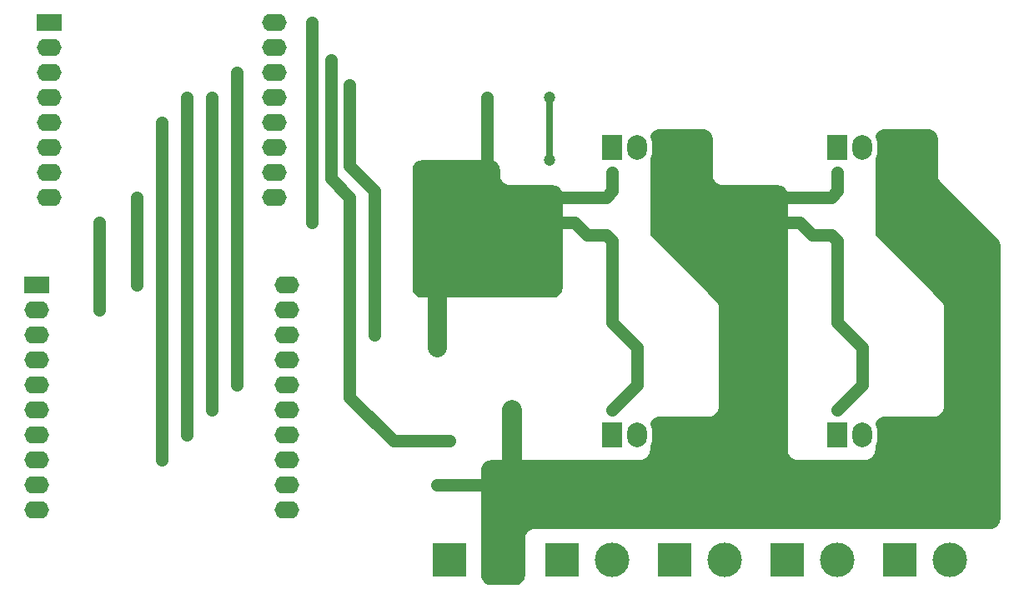
<source format=gbr>
G04 #@! TF.GenerationSoftware,KiCad,Pcbnew,(5.1.10)-1*
G04 #@! TF.CreationDate,2021-10-04T13:56:36-03:00*
G04 #@! TF.ProjectId,ESP-pwm_4ch,4553502d-7077-46d5-9f34-63682e6b6963,rev?*
G04 #@! TF.SameCoordinates,Original*
G04 #@! TF.FileFunction,Copper,L2,Bot*
G04 #@! TF.FilePolarity,Positive*
%FSLAX46Y46*%
G04 Gerber Fmt 4.6, Leading zero omitted, Abs format (unit mm)*
G04 Created by KiCad (PCBNEW (5.1.10)-1) date 2021-10-04 13:56:36*
%MOMM*%
%LPD*%
G01*
G04 APERTURE LIST*
G04 #@! TA.AperFunction,ComponentPad*
%ADD10O,2.500000X1.750000*%
G04 #@! TD*
G04 #@! TA.AperFunction,ComponentPad*
%ADD11R,2.500000X1.750000*%
G04 #@! TD*
G04 #@! TA.AperFunction,ComponentPad*
%ADD12R,3.500000X3.500000*%
G04 #@! TD*
G04 #@! TA.AperFunction,ComponentPad*
%ADD13C,3.500000*%
G04 #@! TD*
G04 #@! TA.AperFunction,ComponentPad*
%ADD14R,2.000000X2.500000*%
G04 #@! TD*
G04 #@! TA.AperFunction,ComponentPad*
%ADD15O,2.000000X2.500000*%
G04 #@! TD*
G04 #@! TA.AperFunction,ViaPad*
%ADD16C,1.200000*%
G04 #@! TD*
G04 #@! TA.AperFunction,Conductor*
%ADD17C,0.635000*%
G04 #@! TD*
G04 #@! TA.AperFunction,Conductor*
%ADD18C,1.270000*%
G04 #@! TD*
G04 #@! TA.AperFunction,Conductor*
%ADD19C,2.032000*%
G04 #@! TD*
G04 #@! TA.AperFunction,Conductor*
%ADD20C,1.016000*%
G04 #@! TD*
G04 #@! TA.AperFunction,Conductor*
%ADD21C,1.905000*%
G04 #@! TD*
G04 #@! TA.AperFunction,Conductor*
%ADD22C,0.254000*%
G04 #@! TD*
G04 #@! TA.AperFunction,Conductor*
%ADD23C,0.100000*%
G04 #@! TD*
G04 APERTURE END LIST*
D10*
G04 #@! TO.P,U2,16*
G04 #@! TO.N,Net-(U2-Pad16)*
X92710000Y-67310000D03*
G04 #@! TO.P,U2,15*
G04 #@! TO.N,Net-(U2-Pad15)*
X92710000Y-69850000D03*
G04 #@! TO.P,U2,14*
G04 #@! TO.N,Net-(U2-Pad14)*
X92710000Y-72390000D03*
G04 #@! TO.P,U2,13*
G04 #@! TO.N,Net-(U2-Pad13)*
X92710000Y-74930000D03*
G04 #@! TO.P,U2,12*
G04 #@! TO.N,Net-(U2-Pad12)*
X92710000Y-77470000D03*
G04 #@! TO.P,U2,11*
G04 #@! TO.N,Net-(U2-Pad11)*
X92710000Y-80010000D03*
G04 #@! TO.P,U2,10*
G04 #@! TO.N,GNDREF*
X92710000Y-82550000D03*
G04 #@! TO.P,U2,9*
G04 #@! TO.N,+5V*
X92710000Y-85090000D03*
G04 #@! TO.P,U2,8*
G04 #@! TO.N,+3V3*
X69850000Y-85090000D03*
G04 #@! TO.P,U2,7*
G04 #@! TO.N,Net-(U2-Pad7)*
X69850000Y-82550000D03*
G04 #@! TO.P,U2,6*
G04 #@! TO.N,Net-(U2-Pad6)*
X69850000Y-80010000D03*
G04 #@! TO.P,U2,5*
G04 #@! TO.N,Net-(U2-Pad5)*
X69850000Y-77470000D03*
G04 #@! TO.P,U2,4*
G04 #@! TO.N,Net-(U2-Pad4)*
X69850000Y-74930000D03*
G04 #@! TO.P,U2,3*
G04 #@! TO.N,Net-(U2-Pad3)*
X69850000Y-72390000D03*
D11*
G04 #@! TO.P,U2,1*
G04 #@! TO.N,Net-(U2-Pad1)*
X69850000Y-67310000D03*
D10*
G04 #@! TO.P,U2,2*
G04 #@! TO.N,Net-(U2-Pad2)*
X69850000Y-69850000D03*
G04 #@! TD*
G04 #@! TO.P,U3,17*
G04 #@! TO.N,Net-(U3-Pad17)*
X93980000Y-101600000D03*
G04 #@! TO.P,U3,18*
G04 #@! TO.N,Net-(U3-Pad18)*
X93980000Y-99060000D03*
G04 #@! TO.P,U3,10*
G04 #@! TO.N,Net-(U3-Pad10)*
X68580000Y-116840000D03*
G04 #@! TO.P,U3,9*
G04 #@! TO.N,Net-(U3-Pad9)*
X68580000Y-114300000D03*
G04 #@! TO.P,U3,16*
G04 #@! TO.N,Net-(U2-Pad14)*
X93980000Y-104140000D03*
G04 #@! TO.P,U3,15*
G04 #@! TO.N,Net-(U2-Pad13)*
X93980000Y-106680000D03*
G04 #@! TO.P,U3,14*
G04 #@! TO.N,Net-(U2-Pad4)*
X93980000Y-109220000D03*
G04 #@! TO.P,U3,13*
G04 #@! TO.N,Net-(U2-Pad5)*
X93980000Y-111760000D03*
G04 #@! TO.P,U3,12*
G04 #@! TO.N,Net-(U3-Pad12)*
X93980000Y-114300000D03*
G04 #@! TO.P,U3,11*
G04 #@! TO.N,Net-(U3-Pad11)*
X93980000Y-116840000D03*
G04 #@! TO.P,U3,20*
G04 #@! TO.N,Net-(U3-Pad20)*
X93980000Y-93980000D03*
G04 #@! TO.P,U3,19*
G04 #@! TO.N,Net-(U3-Pad19)*
X93980000Y-96520000D03*
G04 #@! TO.P,U3,8*
G04 #@! TO.N,Net-(U3-Pad8)*
X68580000Y-111760000D03*
G04 #@! TO.P,U3,7*
G04 #@! TO.N,Net-(U3-Pad7)*
X68580000Y-109220000D03*
G04 #@! TO.P,U3,6*
G04 #@! TO.N,Net-(U3-Pad6)*
X68580000Y-106680000D03*
G04 #@! TO.P,U3,5*
G04 #@! TO.N,Net-(U3-Pad5)*
X68580000Y-104140000D03*
G04 #@! TO.P,U3,4*
G04 #@! TO.N,Net-(U3-Pad4)*
X68580000Y-101600000D03*
G04 #@! TO.P,U3,3*
G04 #@! TO.N,GNDREF*
X68580000Y-99060000D03*
D11*
G04 #@! TO.P,U3,1*
G04 #@! TO.N,+5V*
X68580000Y-93980000D03*
D10*
G04 #@! TO.P,U3,2*
G04 #@! TO.N,+3V3*
X68580000Y-96520000D03*
G04 #@! TD*
D12*
G04 #@! TO.P,J1,1*
G04 #@! TO.N,+12V*
X110490000Y-121920000D03*
D13*
G04 #@! TO.P,J1,2*
G04 #@! TO.N,GNDREF*
X115570000Y-121920000D03*
G04 #@! TD*
D12*
G04 #@! TO.P,J2,1*
G04 #@! TO.N,+12V*
X121920000Y-121920000D03*
D13*
G04 #@! TO.P,J2,2*
G04 #@! TO.N,Net-(J2-Pad2)*
X127000000Y-121920000D03*
G04 #@! TD*
G04 #@! TO.P,J3,2*
G04 #@! TO.N,Net-(J3-Pad2)*
X138430000Y-121920000D03*
D12*
G04 #@! TO.P,J3,1*
G04 #@! TO.N,+12V*
X133350000Y-121920000D03*
G04 #@! TD*
G04 #@! TO.P,J4,1*
G04 #@! TO.N,+12V*
X144780000Y-121920000D03*
D13*
G04 #@! TO.P,J4,2*
G04 #@! TO.N,Net-(J4-Pad2)*
X149860000Y-121920000D03*
G04 #@! TD*
G04 #@! TO.P,J5,2*
G04 #@! TO.N,Net-(J5-Pad2)*
X161290000Y-121920000D03*
D12*
G04 #@! TO.P,J5,1*
G04 #@! TO.N,+12V*
X156210000Y-121920000D03*
G04 #@! TD*
D14*
G04 #@! TO.P,Q1,1*
G04 #@! TO.N,Net-(Q1-Pad1)*
X127000000Y-109220000D03*
D15*
G04 #@! TO.P,Q1,2*
G04 #@! TO.N,Net-(J2-Pad2)*
X129540000Y-109220000D03*
G04 #@! TO.P,Q1,3*
G04 #@! TO.N,GNDREF*
X132080000Y-109220000D03*
G04 #@! TD*
G04 #@! TO.P,Q2,3*
G04 #@! TO.N,GNDREF*
X132080000Y-80010000D03*
G04 #@! TO.P,Q2,2*
G04 #@! TO.N,Net-(J3-Pad2)*
X129540000Y-80010000D03*
D14*
G04 #@! TO.P,Q2,1*
G04 #@! TO.N,Net-(Q2-Pad1)*
X127000000Y-80010000D03*
G04 #@! TD*
D15*
G04 #@! TO.P,Q3,3*
G04 #@! TO.N,GNDREF*
X154940000Y-109220000D03*
G04 #@! TO.P,Q3,2*
G04 #@! TO.N,Net-(J4-Pad2)*
X152400000Y-109220000D03*
D14*
G04 #@! TO.P,Q3,1*
G04 #@! TO.N,Net-(Q3-Pad1)*
X149860000Y-109220000D03*
G04 #@! TD*
G04 #@! TO.P,Q4,1*
G04 #@! TO.N,Net-(Q4-Pad1)*
X149860000Y-80010000D03*
D15*
G04 #@! TO.P,Q4,2*
G04 #@! TO.N,Net-(J5-Pad2)*
X152400000Y-80010000D03*
G04 #@! TO.P,Q4,3*
G04 #@! TO.N,GNDREF*
X154940000Y-80010000D03*
G04 #@! TD*
D16*
G04 #@! TO.N,+12VA*
X102870000Y-99060000D03*
X100330000Y-73660000D03*
X120650000Y-74930000D03*
X120650000Y-81280000D03*
G04 #@! TO.N,GNDREF*
X109220000Y-82550000D03*
X109220000Y-90170000D03*
X120015000Y-86995000D03*
X120015000Y-88265000D03*
X142875000Y-86995000D03*
X142875000Y-88265000D03*
X114300000Y-74930000D03*
X114300000Y-82550000D03*
X116840000Y-106680000D03*
X116840000Y-108585000D03*
X109220000Y-114300000D03*
X109220000Y-100330000D03*
X109220000Y-98425000D03*
X109220000Y-87630000D03*
G04 #@! TO.N,+5V*
X100330000Y-85090000D03*
X98425000Y-71120000D03*
X78740000Y-85090000D03*
X78740000Y-93980000D03*
X110490000Y-109855000D03*
G04 #@! TO.N,+3V3*
X74930000Y-96520000D03*
X74930000Y-87630000D03*
X96520000Y-67310000D03*
X96520000Y-87630000D03*
G04 #@! TO.N,Net-(U2-Pad4)*
X83820000Y-74930000D03*
X83820000Y-109220000D03*
G04 #@! TO.N,Net-(U2-Pad5)*
X81280000Y-111760000D03*
X81280000Y-77470000D03*
G04 #@! TO.N,Net-(U2-Pad13)*
X86360000Y-74930000D03*
X86360000Y-106680000D03*
G04 #@! TO.N,Net-(U2-Pad14)*
X88900000Y-72390000D03*
X88900000Y-104140000D03*
G04 #@! TD*
D17*
G04 #@! TO.N,+12VA*
X120650000Y-74930000D02*
X120650000Y-81280000D01*
D18*
X102870000Y-84455000D02*
X102870000Y-99060000D01*
X100330000Y-81915000D02*
X102870000Y-84455000D01*
X100330000Y-73660000D02*
X100330000Y-81915000D01*
D19*
G04 #@! TO.N,GNDREF*
X156210000Y-109220000D02*
X154940000Y-109220000D01*
X157480000Y-110490000D02*
X156210000Y-109220000D01*
X157480000Y-116840000D02*
X157480000Y-110490000D01*
X133350000Y-109220000D02*
X132080000Y-109220000D01*
X134620000Y-110490000D02*
X133350000Y-109220000D01*
X134620000Y-116840000D02*
X134620000Y-110490000D01*
X115570000Y-121920000D02*
X115570000Y-116840000D01*
X142240000Y-97790000D02*
X142240000Y-116840000D01*
X165100000Y-90170000D02*
X154940000Y-80010000D01*
X165100000Y-113030000D02*
X165100000Y-90170000D01*
X161290000Y-116840000D02*
X165100000Y-113030000D01*
X115570000Y-116840000D02*
X161290000Y-116840000D01*
D18*
X142875000Y-88265000D02*
X137795000Y-93345000D01*
X142875000Y-88265000D02*
X143510000Y-88265000D01*
X143510000Y-88265000D02*
X144145000Y-87630000D01*
D20*
X111125000Y-88265000D02*
X109220000Y-90170000D01*
X120015000Y-88265000D02*
X111125000Y-88265000D01*
D19*
X133350000Y-88900000D02*
X142240000Y-97790000D01*
X133350000Y-81280000D02*
X133350000Y-88900000D01*
X132080000Y-80010000D02*
X133350000Y-81280000D01*
D18*
X142875000Y-85725000D02*
X143510000Y-85090000D01*
X142875000Y-86995000D02*
X142875000Y-85725000D01*
X114300000Y-74930000D02*
X114300000Y-82550000D01*
D19*
X116840000Y-113030000D02*
X116840000Y-108585000D01*
X115570000Y-114300000D02*
X116840000Y-113030000D01*
X115570000Y-116840000D02*
X115570000Y-114300000D01*
X116840000Y-108585000D02*
X116840000Y-106680000D01*
D18*
X115570000Y-114300000D02*
X109220000Y-114300000D01*
X144145000Y-87630000D02*
X146050000Y-87630000D01*
X146050000Y-87630000D02*
X147320000Y-88900000D01*
X147320000Y-88900000D02*
X149225000Y-88900000D01*
X149225000Y-88900000D02*
X149860000Y-89535000D01*
X149860000Y-89535000D02*
X149860000Y-97790000D01*
X143510000Y-85090000D02*
X149225000Y-85090000D01*
X149860000Y-97790000D02*
X152400000Y-100330000D01*
X149225000Y-85090000D02*
X149860000Y-84455000D01*
X152400000Y-100330000D02*
X152400000Y-104140000D01*
X149860000Y-84455000D02*
X149860000Y-82550000D01*
X152400000Y-104140000D02*
X149860000Y-106680000D01*
X129540000Y-104140000D02*
X127000000Y-106680000D01*
X129540000Y-100330000D02*
X129540000Y-104140000D01*
X127000000Y-97790000D02*
X129540000Y-100330000D01*
X123190000Y-87630000D02*
X124460000Y-88900000D01*
X124460000Y-88900000D02*
X126365000Y-88900000D01*
X121285000Y-87630000D02*
X123190000Y-87630000D01*
X126365000Y-88900000D02*
X127000000Y-89535000D01*
X120650000Y-88265000D02*
X121285000Y-87630000D01*
X127000000Y-89535000D02*
X127000000Y-97790000D01*
X120015000Y-88265000D02*
X120650000Y-88265000D01*
X126365000Y-85090000D02*
X127000000Y-84455000D01*
X127000000Y-84455000D02*
X127000000Y-82550000D01*
X120650000Y-85090000D02*
X126365000Y-85090000D01*
X120015000Y-85725000D02*
X120650000Y-85090000D01*
X120015000Y-86995000D02*
X120015000Y-85725000D01*
D21*
X109220000Y-82550000D02*
X109220000Y-100330000D01*
D18*
G04 #@! TO.N,+5V*
X98425000Y-83185000D02*
X100330000Y-85090000D01*
X98425000Y-71120000D02*
X98425000Y-83185000D01*
X78740000Y-93980000D02*
X78740000Y-85090000D01*
X104775000Y-109855000D02*
X110490000Y-109855000D01*
X100330000Y-85090000D02*
X100330000Y-105410000D01*
X100330000Y-105410000D02*
X104775000Y-109855000D01*
G04 #@! TO.N,+3V3*
X74930000Y-96520000D02*
X74930000Y-87630000D01*
X96520000Y-87630000D02*
X96520000Y-67310000D01*
G04 #@! TO.N,Net-(U2-Pad4)*
X83820000Y-74930000D02*
X83820000Y-109220000D01*
G04 #@! TO.N,Net-(U2-Pad5)*
X81280000Y-77470000D02*
X81280000Y-111760000D01*
G04 #@! TO.N,Net-(U2-Pad13)*
X86360000Y-74930000D02*
X86360000Y-106680000D01*
G04 #@! TO.N,Net-(U2-Pad14)*
X88900000Y-72390000D02*
X88900000Y-104140000D01*
G04 #@! TD*
D22*
G04 #@! TO.N,GNDREF*
X136317316Y-78249684D02*
X136483966Y-78300237D01*
X136637562Y-78382336D01*
X136772183Y-78492817D01*
X136882664Y-78627438D01*
X136964763Y-78781034D01*
X137015316Y-78947684D01*
X137033000Y-79127234D01*
X137033000Y-82804000D01*
X137033612Y-82816448D01*
X137053134Y-83014660D01*
X137057991Y-83039078D01*
X137115807Y-83229672D01*
X137125334Y-83252674D01*
X137219223Y-83428327D01*
X137233055Y-83449027D01*
X137359408Y-83602988D01*
X137377012Y-83620592D01*
X137530973Y-83746945D01*
X137551673Y-83760777D01*
X137727326Y-83854666D01*
X137750328Y-83864193D01*
X137940922Y-83922009D01*
X137965340Y-83926866D01*
X138163552Y-83946388D01*
X138176000Y-83947000D01*
X143757766Y-83947000D01*
X143937316Y-83964684D01*
X144103966Y-84015237D01*
X144257562Y-84097336D01*
X144392183Y-84207817D01*
X144502664Y-84342438D01*
X144584763Y-84496034D01*
X144635316Y-84662684D01*
X144653000Y-84842234D01*
X144653000Y-110744000D01*
X144653612Y-110756448D01*
X144673134Y-110954660D01*
X144677991Y-110979078D01*
X144735807Y-111169672D01*
X144745334Y-111192674D01*
X144839223Y-111368327D01*
X144853055Y-111389027D01*
X144979408Y-111542988D01*
X144997012Y-111560592D01*
X145150973Y-111686945D01*
X145171673Y-111700777D01*
X145347326Y-111794666D01*
X145370328Y-111804193D01*
X145560922Y-111862009D01*
X145585340Y-111866866D01*
X145783552Y-111886388D01*
X145796000Y-111887000D01*
X152654000Y-111887000D01*
X152666448Y-111886388D01*
X152864660Y-111866866D01*
X152889078Y-111862009D01*
X153079672Y-111804193D01*
X153102674Y-111794666D01*
X153278327Y-111700777D01*
X153299027Y-111686945D01*
X153452988Y-111560592D01*
X153470592Y-111542988D01*
X153596945Y-111389027D01*
X153610777Y-111368327D01*
X153704666Y-111192674D01*
X153714193Y-111169672D01*
X153772009Y-110979078D01*
X153776866Y-110954660D01*
X153796388Y-110756448D01*
X153797000Y-110744000D01*
X153797000Y-110324813D01*
X153917852Y-110098715D01*
X154011343Y-109790515D01*
X154035000Y-109550321D01*
X154035000Y-108889678D01*
X154011343Y-108649484D01*
X153917852Y-108341285D01*
X153816506Y-108151679D01*
X153865237Y-107991034D01*
X153947336Y-107837438D01*
X154057817Y-107702817D01*
X154192438Y-107592336D01*
X154346034Y-107510237D01*
X154512684Y-107459684D01*
X154692234Y-107442000D01*
X159639000Y-107442000D01*
X159651448Y-107441388D01*
X159849660Y-107421866D01*
X159874078Y-107417009D01*
X160064672Y-107359193D01*
X160087674Y-107349666D01*
X160263327Y-107255777D01*
X160284027Y-107241945D01*
X160437988Y-107115592D01*
X160455592Y-107097988D01*
X160581945Y-106944027D01*
X160595777Y-106923327D01*
X160689666Y-106747674D01*
X160699193Y-106724672D01*
X160757009Y-106534078D01*
X160761866Y-106509660D01*
X160781388Y-106311448D01*
X160782000Y-106299000D01*
X160782000Y-96305841D01*
X160781388Y-96293393D01*
X160761866Y-96095181D01*
X160757009Y-96070763D01*
X160699193Y-95880169D01*
X160689666Y-95857167D01*
X160595777Y-95681514D01*
X160581945Y-95660814D01*
X160455592Y-95506852D01*
X160447223Y-95497617D01*
X154061789Y-89112183D01*
X153947336Y-88972721D01*
X153865237Y-88819125D01*
X153814684Y-88652475D01*
X153797000Y-88472925D01*
X153797000Y-81114813D01*
X153917852Y-80888715D01*
X154011343Y-80580515D01*
X154035000Y-80340321D01*
X154035000Y-79679678D01*
X154011343Y-79439484D01*
X153917852Y-79131285D01*
X153816506Y-78941679D01*
X153865237Y-78781034D01*
X153947336Y-78627438D01*
X154057817Y-78492817D01*
X154192438Y-78382336D01*
X154346034Y-78300237D01*
X154512684Y-78249684D01*
X154692234Y-78232000D01*
X158997766Y-78232000D01*
X159177316Y-78249684D01*
X159343966Y-78300237D01*
X159497562Y-78382336D01*
X159632183Y-78492817D01*
X159742664Y-78627438D01*
X159824763Y-78781034D01*
X159875316Y-78947684D01*
X159893000Y-79127234D01*
X159893000Y-82764159D01*
X159893612Y-82776607D01*
X159913134Y-82974819D01*
X159917991Y-82999237D01*
X159975807Y-83189831D01*
X159985334Y-83212833D01*
X160079223Y-83388486D01*
X160093055Y-83409186D01*
X160219408Y-83563148D01*
X160227777Y-83572383D01*
X165978211Y-89322817D01*
X166092664Y-89462279D01*
X166174763Y-89615875D01*
X166225316Y-89782525D01*
X166243000Y-89962075D01*
X166243000Y-117722766D01*
X166225316Y-117902316D01*
X166174763Y-118068966D01*
X166092664Y-118222562D01*
X165982183Y-118357183D01*
X165847562Y-118467664D01*
X165693966Y-118549763D01*
X165527316Y-118600316D01*
X165347766Y-118618000D01*
X119126000Y-118618000D01*
X119113552Y-118618612D01*
X118915340Y-118638134D01*
X118890922Y-118642991D01*
X118700328Y-118700807D01*
X118677326Y-118710334D01*
X118501673Y-118804223D01*
X118480973Y-118818055D01*
X118327012Y-118944408D01*
X118309408Y-118962012D01*
X118183055Y-119115973D01*
X118169223Y-119136673D01*
X118075334Y-119312326D01*
X118065807Y-119335328D01*
X118007991Y-119525922D01*
X118003134Y-119550340D01*
X117983612Y-119748552D01*
X117983000Y-119761000D01*
X117983000Y-123437766D01*
X117965316Y-123617316D01*
X117914763Y-123783966D01*
X117832664Y-123937562D01*
X117722183Y-124072183D01*
X117587562Y-124182664D01*
X117433966Y-124264763D01*
X117267316Y-124315316D01*
X117087766Y-124333000D01*
X114687234Y-124333000D01*
X114507684Y-124315316D01*
X114341034Y-124264763D01*
X114187438Y-124182664D01*
X114052817Y-124072183D01*
X113942336Y-123937562D01*
X113860237Y-123783966D01*
X113809684Y-123617316D01*
X113792000Y-123437766D01*
X113792000Y-112782234D01*
X113809684Y-112602684D01*
X113860237Y-112436034D01*
X113942336Y-112282438D01*
X114052817Y-112147817D01*
X114187438Y-112037336D01*
X114341034Y-111955237D01*
X114507684Y-111904684D01*
X114687234Y-111887000D01*
X129794000Y-111887000D01*
X129806448Y-111886388D01*
X130004660Y-111866866D01*
X130029078Y-111862009D01*
X130219672Y-111804193D01*
X130242674Y-111794666D01*
X130418327Y-111700777D01*
X130439027Y-111686945D01*
X130592988Y-111560592D01*
X130610592Y-111542988D01*
X130736945Y-111389027D01*
X130750777Y-111368327D01*
X130844666Y-111192674D01*
X130854193Y-111169672D01*
X130912009Y-110979078D01*
X130916866Y-110954660D01*
X130936388Y-110756448D01*
X130937000Y-110744000D01*
X130937000Y-110324813D01*
X131057852Y-110098715D01*
X131151343Y-109790515D01*
X131175000Y-109550321D01*
X131175000Y-108889678D01*
X131151343Y-108649484D01*
X131057852Y-108341285D01*
X130956506Y-108151679D01*
X131005237Y-107991034D01*
X131087336Y-107837438D01*
X131197817Y-107702817D01*
X131332438Y-107592336D01*
X131486034Y-107510237D01*
X131652684Y-107459684D01*
X131832234Y-107442000D01*
X136779000Y-107442000D01*
X136791448Y-107441388D01*
X136989660Y-107421866D01*
X137014078Y-107417009D01*
X137204672Y-107359193D01*
X137227674Y-107349666D01*
X137403327Y-107255777D01*
X137424027Y-107241945D01*
X137577988Y-107115592D01*
X137595592Y-107097988D01*
X137721945Y-106944027D01*
X137735777Y-106923327D01*
X137829666Y-106747674D01*
X137839193Y-106724672D01*
X137897009Y-106534078D01*
X137901866Y-106509660D01*
X137921388Y-106311448D01*
X137922000Y-106299000D01*
X137922000Y-96305841D01*
X137921388Y-96293393D01*
X137901866Y-96095181D01*
X137897009Y-96070763D01*
X137839193Y-95880169D01*
X137829666Y-95857167D01*
X137735777Y-95681514D01*
X137721945Y-95660814D01*
X137595592Y-95506852D01*
X137587223Y-95497617D01*
X131201789Y-89112183D01*
X131087336Y-88972721D01*
X131005237Y-88819125D01*
X130954684Y-88652475D01*
X130937000Y-88472925D01*
X130937000Y-81114813D01*
X131057852Y-80888715D01*
X131151343Y-80580515D01*
X131175000Y-80340321D01*
X131175000Y-79679678D01*
X131151343Y-79439484D01*
X131057852Y-79131285D01*
X130956506Y-78941679D01*
X131005237Y-78781034D01*
X131087336Y-78627438D01*
X131197817Y-78492817D01*
X131332438Y-78382336D01*
X131486034Y-78300237D01*
X131652684Y-78249684D01*
X131832234Y-78232000D01*
X136137766Y-78232000D01*
X136317316Y-78249684D01*
G04 #@! TA.AperFunction,Conductor*
D23*
G36*
X136317316Y-78249684D02*
G01*
X136483966Y-78300237D01*
X136637562Y-78382336D01*
X136772183Y-78492817D01*
X136882664Y-78627438D01*
X136964763Y-78781034D01*
X137015316Y-78947684D01*
X137033000Y-79127234D01*
X137033000Y-82804000D01*
X137033612Y-82816448D01*
X137053134Y-83014660D01*
X137057991Y-83039078D01*
X137115807Y-83229672D01*
X137125334Y-83252674D01*
X137219223Y-83428327D01*
X137233055Y-83449027D01*
X137359408Y-83602988D01*
X137377012Y-83620592D01*
X137530973Y-83746945D01*
X137551673Y-83760777D01*
X137727326Y-83854666D01*
X137750328Y-83864193D01*
X137940922Y-83922009D01*
X137965340Y-83926866D01*
X138163552Y-83946388D01*
X138176000Y-83947000D01*
X143757766Y-83947000D01*
X143937316Y-83964684D01*
X144103966Y-84015237D01*
X144257562Y-84097336D01*
X144392183Y-84207817D01*
X144502664Y-84342438D01*
X144584763Y-84496034D01*
X144635316Y-84662684D01*
X144653000Y-84842234D01*
X144653000Y-110744000D01*
X144653612Y-110756448D01*
X144673134Y-110954660D01*
X144677991Y-110979078D01*
X144735807Y-111169672D01*
X144745334Y-111192674D01*
X144839223Y-111368327D01*
X144853055Y-111389027D01*
X144979408Y-111542988D01*
X144997012Y-111560592D01*
X145150973Y-111686945D01*
X145171673Y-111700777D01*
X145347326Y-111794666D01*
X145370328Y-111804193D01*
X145560922Y-111862009D01*
X145585340Y-111866866D01*
X145783552Y-111886388D01*
X145796000Y-111887000D01*
X152654000Y-111887000D01*
X152666448Y-111886388D01*
X152864660Y-111866866D01*
X152889078Y-111862009D01*
X153079672Y-111804193D01*
X153102674Y-111794666D01*
X153278327Y-111700777D01*
X153299027Y-111686945D01*
X153452988Y-111560592D01*
X153470592Y-111542988D01*
X153596945Y-111389027D01*
X153610777Y-111368327D01*
X153704666Y-111192674D01*
X153714193Y-111169672D01*
X153772009Y-110979078D01*
X153776866Y-110954660D01*
X153796388Y-110756448D01*
X153797000Y-110744000D01*
X153797000Y-110324813D01*
X153917852Y-110098715D01*
X154011343Y-109790515D01*
X154035000Y-109550321D01*
X154035000Y-108889678D01*
X154011343Y-108649484D01*
X153917852Y-108341285D01*
X153816506Y-108151679D01*
X153865237Y-107991034D01*
X153947336Y-107837438D01*
X154057817Y-107702817D01*
X154192438Y-107592336D01*
X154346034Y-107510237D01*
X154512684Y-107459684D01*
X154692234Y-107442000D01*
X159639000Y-107442000D01*
X159651448Y-107441388D01*
X159849660Y-107421866D01*
X159874078Y-107417009D01*
X160064672Y-107359193D01*
X160087674Y-107349666D01*
X160263327Y-107255777D01*
X160284027Y-107241945D01*
X160437988Y-107115592D01*
X160455592Y-107097988D01*
X160581945Y-106944027D01*
X160595777Y-106923327D01*
X160689666Y-106747674D01*
X160699193Y-106724672D01*
X160757009Y-106534078D01*
X160761866Y-106509660D01*
X160781388Y-106311448D01*
X160782000Y-106299000D01*
X160782000Y-96305841D01*
X160781388Y-96293393D01*
X160761866Y-96095181D01*
X160757009Y-96070763D01*
X160699193Y-95880169D01*
X160689666Y-95857167D01*
X160595777Y-95681514D01*
X160581945Y-95660814D01*
X160455592Y-95506852D01*
X160447223Y-95497617D01*
X154061789Y-89112183D01*
X153947336Y-88972721D01*
X153865237Y-88819125D01*
X153814684Y-88652475D01*
X153797000Y-88472925D01*
X153797000Y-81114813D01*
X153917852Y-80888715D01*
X154011343Y-80580515D01*
X154035000Y-80340321D01*
X154035000Y-79679678D01*
X154011343Y-79439484D01*
X153917852Y-79131285D01*
X153816506Y-78941679D01*
X153865237Y-78781034D01*
X153947336Y-78627438D01*
X154057817Y-78492817D01*
X154192438Y-78382336D01*
X154346034Y-78300237D01*
X154512684Y-78249684D01*
X154692234Y-78232000D01*
X158997766Y-78232000D01*
X159177316Y-78249684D01*
X159343966Y-78300237D01*
X159497562Y-78382336D01*
X159632183Y-78492817D01*
X159742664Y-78627438D01*
X159824763Y-78781034D01*
X159875316Y-78947684D01*
X159893000Y-79127234D01*
X159893000Y-82764159D01*
X159893612Y-82776607D01*
X159913134Y-82974819D01*
X159917991Y-82999237D01*
X159975807Y-83189831D01*
X159985334Y-83212833D01*
X160079223Y-83388486D01*
X160093055Y-83409186D01*
X160219408Y-83563148D01*
X160227777Y-83572383D01*
X165978211Y-89322817D01*
X166092664Y-89462279D01*
X166174763Y-89615875D01*
X166225316Y-89782525D01*
X166243000Y-89962075D01*
X166243000Y-117722766D01*
X166225316Y-117902316D01*
X166174763Y-118068966D01*
X166092664Y-118222562D01*
X165982183Y-118357183D01*
X165847562Y-118467664D01*
X165693966Y-118549763D01*
X165527316Y-118600316D01*
X165347766Y-118618000D01*
X119126000Y-118618000D01*
X119113552Y-118618612D01*
X118915340Y-118638134D01*
X118890922Y-118642991D01*
X118700328Y-118700807D01*
X118677326Y-118710334D01*
X118501673Y-118804223D01*
X118480973Y-118818055D01*
X118327012Y-118944408D01*
X118309408Y-118962012D01*
X118183055Y-119115973D01*
X118169223Y-119136673D01*
X118075334Y-119312326D01*
X118065807Y-119335328D01*
X118007991Y-119525922D01*
X118003134Y-119550340D01*
X117983612Y-119748552D01*
X117983000Y-119761000D01*
X117983000Y-123437766D01*
X117965316Y-123617316D01*
X117914763Y-123783966D01*
X117832664Y-123937562D01*
X117722183Y-124072183D01*
X117587562Y-124182664D01*
X117433966Y-124264763D01*
X117267316Y-124315316D01*
X117087766Y-124333000D01*
X114687234Y-124333000D01*
X114507684Y-124315316D01*
X114341034Y-124264763D01*
X114187438Y-124182664D01*
X114052817Y-124072183D01*
X113942336Y-123937562D01*
X113860237Y-123783966D01*
X113809684Y-123617316D01*
X113792000Y-123437766D01*
X113792000Y-112782234D01*
X113809684Y-112602684D01*
X113860237Y-112436034D01*
X113942336Y-112282438D01*
X114052817Y-112147817D01*
X114187438Y-112037336D01*
X114341034Y-111955237D01*
X114507684Y-111904684D01*
X114687234Y-111887000D01*
X129794000Y-111887000D01*
X129806448Y-111886388D01*
X130004660Y-111866866D01*
X130029078Y-111862009D01*
X130219672Y-111804193D01*
X130242674Y-111794666D01*
X130418327Y-111700777D01*
X130439027Y-111686945D01*
X130592988Y-111560592D01*
X130610592Y-111542988D01*
X130736945Y-111389027D01*
X130750777Y-111368327D01*
X130844666Y-111192674D01*
X130854193Y-111169672D01*
X130912009Y-110979078D01*
X130916866Y-110954660D01*
X130936388Y-110756448D01*
X130937000Y-110744000D01*
X130937000Y-110324813D01*
X131057852Y-110098715D01*
X131151343Y-109790515D01*
X131175000Y-109550321D01*
X131175000Y-108889678D01*
X131151343Y-108649484D01*
X131057852Y-108341285D01*
X130956506Y-108151679D01*
X131005237Y-107991034D01*
X131087336Y-107837438D01*
X131197817Y-107702817D01*
X131332438Y-107592336D01*
X131486034Y-107510237D01*
X131652684Y-107459684D01*
X131832234Y-107442000D01*
X136779000Y-107442000D01*
X136791448Y-107441388D01*
X136989660Y-107421866D01*
X137014078Y-107417009D01*
X137204672Y-107359193D01*
X137227674Y-107349666D01*
X137403327Y-107255777D01*
X137424027Y-107241945D01*
X137577988Y-107115592D01*
X137595592Y-107097988D01*
X137721945Y-106944027D01*
X137735777Y-106923327D01*
X137829666Y-106747674D01*
X137839193Y-106724672D01*
X137897009Y-106534078D01*
X137901866Y-106509660D01*
X137921388Y-106311448D01*
X137922000Y-106299000D01*
X137922000Y-96305841D01*
X137921388Y-96293393D01*
X137901866Y-96095181D01*
X137897009Y-96070763D01*
X137839193Y-95880169D01*
X137829666Y-95857167D01*
X137735777Y-95681514D01*
X137721945Y-95660814D01*
X137595592Y-95506852D01*
X137587223Y-95497617D01*
X131201789Y-89112183D01*
X131087336Y-88972721D01*
X131005237Y-88819125D01*
X130954684Y-88652475D01*
X130937000Y-88472925D01*
X130937000Y-81114813D01*
X131057852Y-80888715D01*
X131151343Y-80580515D01*
X131175000Y-80340321D01*
X131175000Y-79679678D01*
X131151343Y-79439484D01*
X131057852Y-79131285D01*
X130956506Y-78941679D01*
X131005237Y-78781034D01*
X131087336Y-78627438D01*
X131197817Y-78492817D01*
X131332438Y-78382336D01*
X131486034Y-78300237D01*
X131652684Y-78249684D01*
X131832234Y-78232000D01*
X136137766Y-78232000D01*
X136317316Y-78249684D01*
G37*
G04 #@! TD.AperFunction*
G04 #@! TD*
D22*
G04 #@! TO.N,GNDREF*
X114727316Y-81424684D02*
X114893966Y-81475237D01*
X115047562Y-81557336D01*
X115182183Y-81667817D01*
X115292664Y-81802438D01*
X115374763Y-81956034D01*
X115425316Y-82122684D01*
X115443000Y-82302234D01*
X115443000Y-82804000D01*
X115443612Y-82816448D01*
X115463134Y-83014660D01*
X115467991Y-83039078D01*
X115525807Y-83229672D01*
X115535334Y-83252674D01*
X115629223Y-83428327D01*
X115643055Y-83449027D01*
X115769408Y-83602988D01*
X115787012Y-83620592D01*
X115940973Y-83746945D01*
X115961673Y-83760777D01*
X116137326Y-83854666D01*
X116160328Y-83864193D01*
X116350922Y-83922009D01*
X116375340Y-83926866D01*
X116573552Y-83946388D01*
X116586000Y-83947000D01*
X120897766Y-83947000D01*
X121077316Y-83964684D01*
X121243966Y-84015237D01*
X121397562Y-84097336D01*
X121532183Y-84207817D01*
X121642664Y-84342438D01*
X121724763Y-84496034D01*
X121775316Y-84662684D01*
X121793000Y-84842234D01*
X121793000Y-94227766D01*
X121775316Y-94407316D01*
X121724763Y-94573966D01*
X121642664Y-94727562D01*
X121532183Y-94862183D01*
X121397562Y-94972664D01*
X121243966Y-95054763D01*
X121077316Y-95105316D01*
X120897766Y-95123000D01*
X107702234Y-95123000D01*
X107522684Y-95105316D01*
X107356034Y-95054763D01*
X107202438Y-94972664D01*
X107067817Y-94862183D01*
X106957336Y-94727562D01*
X106875237Y-94573966D01*
X106824684Y-94407316D01*
X106807000Y-94227766D01*
X106807000Y-82302234D01*
X106824684Y-82122684D01*
X106875237Y-81956034D01*
X106957336Y-81802438D01*
X107067817Y-81667817D01*
X107202438Y-81557336D01*
X107356034Y-81475237D01*
X107522684Y-81424684D01*
X107702234Y-81407000D01*
X114547766Y-81407000D01*
X114727316Y-81424684D01*
G04 #@! TA.AperFunction,Conductor*
D23*
G36*
X114727316Y-81424684D02*
G01*
X114893966Y-81475237D01*
X115047562Y-81557336D01*
X115182183Y-81667817D01*
X115292664Y-81802438D01*
X115374763Y-81956034D01*
X115425316Y-82122684D01*
X115443000Y-82302234D01*
X115443000Y-82804000D01*
X115443612Y-82816448D01*
X115463134Y-83014660D01*
X115467991Y-83039078D01*
X115525807Y-83229672D01*
X115535334Y-83252674D01*
X115629223Y-83428327D01*
X115643055Y-83449027D01*
X115769408Y-83602988D01*
X115787012Y-83620592D01*
X115940973Y-83746945D01*
X115961673Y-83760777D01*
X116137326Y-83854666D01*
X116160328Y-83864193D01*
X116350922Y-83922009D01*
X116375340Y-83926866D01*
X116573552Y-83946388D01*
X116586000Y-83947000D01*
X120897766Y-83947000D01*
X121077316Y-83964684D01*
X121243966Y-84015237D01*
X121397562Y-84097336D01*
X121532183Y-84207817D01*
X121642664Y-84342438D01*
X121724763Y-84496034D01*
X121775316Y-84662684D01*
X121793000Y-84842234D01*
X121793000Y-94227766D01*
X121775316Y-94407316D01*
X121724763Y-94573966D01*
X121642664Y-94727562D01*
X121532183Y-94862183D01*
X121397562Y-94972664D01*
X121243966Y-95054763D01*
X121077316Y-95105316D01*
X120897766Y-95123000D01*
X107702234Y-95123000D01*
X107522684Y-95105316D01*
X107356034Y-95054763D01*
X107202438Y-94972664D01*
X107067817Y-94862183D01*
X106957336Y-94727562D01*
X106875237Y-94573966D01*
X106824684Y-94407316D01*
X106807000Y-94227766D01*
X106807000Y-82302234D01*
X106824684Y-82122684D01*
X106875237Y-81956034D01*
X106957336Y-81802438D01*
X107067817Y-81667817D01*
X107202438Y-81557336D01*
X107356034Y-81475237D01*
X107522684Y-81424684D01*
X107702234Y-81407000D01*
X114547766Y-81407000D01*
X114727316Y-81424684D01*
G37*
G04 #@! TD.AperFunction*
G04 #@! TD*
M02*

</source>
